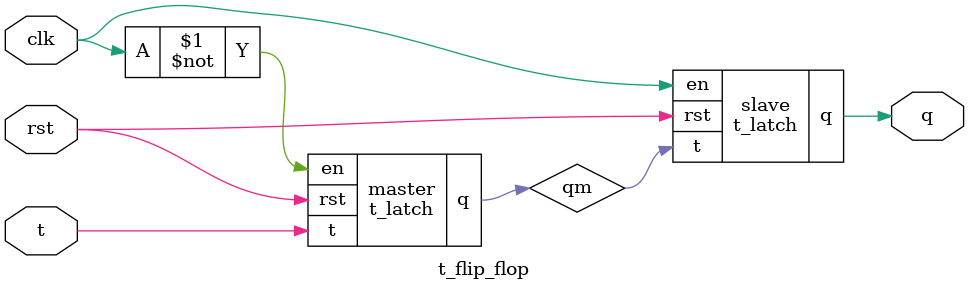
<source format=v>

module t_latch (
    input t, en, rst,
    output reg q
);
    always @(*) begin
        if (rst)
            q = 0;
        else if (en && t)
            q = ~q;
    end
endmodule

module t_flip_flop (
    input t, clk, rst,
    output q
);
    wire qm;
    t_latch master (.t(t), .en(~clk), .rst(rst), .q(qm));
    t_latch slave  (.t(qm), .en(clk), .rst(rst), .q(q));
endmodule

</source>
